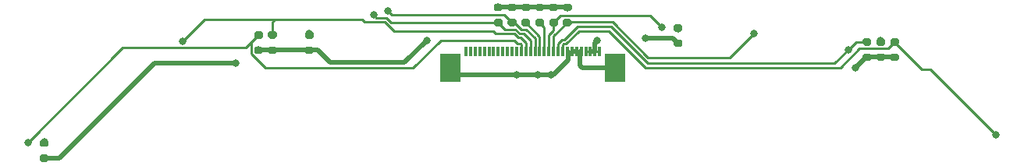
<source format=gbr>
%TF.GenerationSoftware,KiCad,Pcbnew,(5.1.7)-1*%
%TF.CreationDate,2021-05-03T22:05:59+02:00*%
%TF.ProjectId,KaszmirSensors,4b61737a-6d69-4725-9365-6e736f72732e,rev?*%
%TF.SameCoordinates,Original*%
%TF.FileFunction,Copper,L1,Top*%
%TF.FilePolarity,Positive*%
%FSLAX46Y46*%
G04 Gerber Fmt 4.6, Leading zero omitted, Abs format (unit mm)*
G04 Created by KiCad (PCBNEW (5.1.7)-1) date 2021-05-03 22:05:59*
%MOMM*%
%LPD*%
G01*
G04 APERTURE LIST*
%TA.AperFunction,SMDPad,CuDef*%
%ADD10R,0.300000X1.100000*%
%TD*%
%TA.AperFunction,SMDPad,CuDef*%
%ADD11R,2.300000X3.100000*%
%TD*%
%TA.AperFunction,ViaPad*%
%ADD12C,0.800000*%
%TD*%
%TA.AperFunction,Conductor*%
%ADD13C,0.500000*%
%TD*%
%TA.AperFunction,Conductor*%
%ADD14C,0.250000*%
%TD*%
G04 APERTURE END LIST*
%TO.P,R15,2*%
%TO.N,KTIR10*%
%TA.AperFunction,SMDPad,CuDef*%
G36*
G01*
X109775000Y-94075000D02*
X109225000Y-94075000D01*
G75*
G02*
X109025000Y-93875000I0J200000D01*
G01*
X109025000Y-93475000D01*
G75*
G02*
X109225000Y-93275000I200000J0D01*
G01*
X109775000Y-93275000D01*
G75*
G02*
X109975000Y-93475000I0J-200000D01*
G01*
X109975000Y-93875000D01*
G75*
G02*
X109775000Y-94075000I-200000J0D01*
G01*
G37*
%TD.AperFunction*%
%TO.P,R15,1*%
%TO.N,+3V3*%
%TA.AperFunction,SMDPad,CuDef*%
G36*
G01*
X109775000Y-95725000D02*
X109225000Y-95725000D01*
G75*
G02*
X109025000Y-95525000I0J200000D01*
G01*
X109025000Y-95125000D01*
G75*
G02*
X109225000Y-94925000I200000J0D01*
G01*
X109775000Y-94925000D01*
G75*
G02*
X109975000Y-95125000I0J-200000D01*
G01*
X109975000Y-95525000D01*
G75*
G02*
X109775000Y-95725000I-200000J0D01*
G01*
G37*
%TD.AperFunction*%
%TD*%
%TO.P,R14,2*%
%TO.N,KTIR9*%
%TA.AperFunction,SMDPad,CuDef*%
G36*
G01*
X111275000Y-94075000D02*
X110725000Y-94075000D01*
G75*
G02*
X110525000Y-93875000I0J200000D01*
G01*
X110525000Y-93475000D01*
G75*
G02*
X110725000Y-93275000I200000J0D01*
G01*
X111275000Y-93275000D01*
G75*
G02*
X111475000Y-93475000I0J-200000D01*
G01*
X111475000Y-93875000D01*
G75*
G02*
X111275000Y-94075000I-200000J0D01*
G01*
G37*
%TD.AperFunction*%
%TO.P,R14,1*%
%TO.N,+3V3*%
%TA.AperFunction,SMDPad,CuDef*%
G36*
G01*
X111275000Y-95725000D02*
X110725000Y-95725000D01*
G75*
G02*
X110525000Y-95525000I0J200000D01*
G01*
X110525000Y-95125000D01*
G75*
G02*
X110725000Y-94925000I200000J0D01*
G01*
X111275000Y-94925000D01*
G75*
G02*
X111475000Y-95125000I0J-200000D01*
G01*
X111475000Y-95525000D01*
G75*
G02*
X111275000Y-95725000I-200000J0D01*
G01*
G37*
%TD.AperFunction*%
%TD*%
%TO.P,R13,2*%
%TO.N,KTIR8*%
%TA.AperFunction,SMDPad,CuDef*%
G36*
G01*
X135225000Y-91925000D02*
X135775000Y-91925000D01*
G75*
G02*
X135975000Y-92125000I0J-200000D01*
G01*
X135975000Y-92525000D01*
G75*
G02*
X135775000Y-92725000I-200000J0D01*
G01*
X135225000Y-92725000D01*
G75*
G02*
X135025000Y-92525000I0J200000D01*
G01*
X135025000Y-92125000D01*
G75*
G02*
X135225000Y-91925000I200000J0D01*
G01*
G37*
%TD.AperFunction*%
%TO.P,R13,1*%
%TO.N,+3V3*%
%TA.AperFunction,SMDPad,CuDef*%
G36*
G01*
X135225000Y-90275000D02*
X135775000Y-90275000D01*
G75*
G02*
X135975000Y-90475000I0J-200000D01*
G01*
X135975000Y-90875000D01*
G75*
G02*
X135775000Y-91075000I-200000J0D01*
G01*
X135225000Y-91075000D01*
G75*
G02*
X135025000Y-90875000I0J200000D01*
G01*
X135025000Y-90475000D01*
G75*
G02*
X135225000Y-90275000I200000J0D01*
G01*
G37*
%TD.AperFunction*%
%TD*%
%TO.P,R12,2*%
%TO.N,KTIR7*%
%TA.AperFunction,SMDPad,CuDef*%
G36*
G01*
X136725000Y-91925000D02*
X137275000Y-91925000D01*
G75*
G02*
X137475000Y-92125000I0J-200000D01*
G01*
X137475000Y-92525000D01*
G75*
G02*
X137275000Y-92725000I-200000J0D01*
G01*
X136725000Y-92725000D01*
G75*
G02*
X136525000Y-92525000I0J200000D01*
G01*
X136525000Y-92125000D01*
G75*
G02*
X136725000Y-91925000I200000J0D01*
G01*
G37*
%TD.AperFunction*%
%TO.P,R12,1*%
%TO.N,+3V3*%
%TA.AperFunction,SMDPad,CuDef*%
G36*
G01*
X136725000Y-90275000D02*
X137275000Y-90275000D01*
G75*
G02*
X137475000Y-90475000I0J-200000D01*
G01*
X137475000Y-90875000D01*
G75*
G02*
X137275000Y-91075000I-200000J0D01*
G01*
X136725000Y-91075000D01*
G75*
G02*
X136525000Y-90875000I0J200000D01*
G01*
X136525000Y-90475000D01*
G75*
G02*
X136725000Y-90275000I200000J0D01*
G01*
G37*
%TD.AperFunction*%
%TD*%
%TO.P,R11,2*%
%TO.N,KTIR6*%
%TA.AperFunction,SMDPad,CuDef*%
G36*
G01*
X138225000Y-91925000D02*
X138775000Y-91925000D01*
G75*
G02*
X138975000Y-92125000I0J-200000D01*
G01*
X138975000Y-92525000D01*
G75*
G02*
X138775000Y-92725000I-200000J0D01*
G01*
X138225000Y-92725000D01*
G75*
G02*
X138025000Y-92525000I0J200000D01*
G01*
X138025000Y-92125000D01*
G75*
G02*
X138225000Y-91925000I200000J0D01*
G01*
G37*
%TD.AperFunction*%
%TO.P,R11,1*%
%TO.N,+3V3*%
%TA.AperFunction,SMDPad,CuDef*%
G36*
G01*
X138225000Y-90275000D02*
X138775000Y-90275000D01*
G75*
G02*
X138975000Y-90475000I0J-200000D01*
G01*
X138975000Y-90875000D01*
G75*
G02*
X138775000Y-91075000I-200000J0D01*
G01*
X138225000Y-91075000D01*
G75*
G02*
X138025000Y-90875000I0J200000D01*
G01*
X138025000Y-90475000D01*
G75*
G02*
X138225000Y-90275000I200000J0D01*
G01*
G37*
%TD.AperFunction*%
%TD*%
%TO.P,R10,2*%
%TO.N,KTIR5*%
%TA.AperFunction,SMDPad,CuDef*%
G36*
G01*
X139725000Y-91925000D02*
X140275000Y-91925000D01*
G75*
G02*
X140475000Y-92125000I0J-200000D01*
G01*
X140475000Y-92525000D01*
G75*
G02*
X140275000Y-92725000I-200000J0D01*
G01*
X139725000Y-92725000D01*
G75*
G02*
X139525000Y-92525000I0J200000D01*
G01*
X139525000Y-92125000D01*
G75*
G02*
X139725000Y-91925000I200000J0D01*
G01*
G37*
%TD.AperFunction*%
%TO.P,R10,1*%
%TO.N,+3V3*%
%TA.AperFunction,SMDPad,CuDef*%
G36*
G01*
X139725000Y-90275000D02*
X140275000Y-90275000D01*
G75*
G02*
X140475000Y-90475000I0J-200000D01*
G01*
X140475000Y-90875000D01*
G75*
G02*
X140275000Y-91075000I-200000J0D01*
G01*
X139725000Y-91075000D01*
G75*
G02*
X139525000Y-90875000I0J200000D01*
G01*
X139525000Y-90475000D01*
G75*
G02*
X139725000Y-90275000I200000J0D01*
G01*
G37*
%TD.AperFunction*%
%TD*%
%TO.P,R9,2*%
%TO.N,KTIR4*%
%TA.AperFunction,SMDPad,CuDef*%
G36*
G01*
X141225000Y-91925000D02*
X141775000Y-91925000D01*
G75*
G02*
X141975000Y-92125000I0J-200000D01*
G01*
X141975000Y-92525000D01*
G75*
G02*
X141775000Y-92725000I-200000J0D01*
G01*
X141225000Y-92725000D01*
G75*
G02*
X141025000Y-92525000I0J200000D01*
G01*
X141025000Y-92125000D01*
G75*
G02*
X141225000Y-91925000I200000J0D01*
G01*
G37*
%TD.AperFunction*%
%TO.P,R9,1*%
%TO.N,+3V3*%
%TA.AperFunction,SMDPad,CuDef*%
G36*
G01*
X141225000Y-90275000D02*
X141775000Y-90275000D01*
G75*
G02*
X141975000Y-90475000I0J-200000D01*
G01*
X141975000Y-90875000D01*
G75*
G02*
X141775000Y-91075000I-200000J0D01*
G01*
X141225000Y-91075000D01*
G75*
G02*
X141025000Y-90875000I0J200000D01*
G01*
X141025000Y-90475000D01*
G75*
G02*
X141225000Y-90275000I200000J0D01*
G01*
G37*
%TD.AperFunction*%
%TD*%
%TO.P,R8,2*%
%TO.N,KTIR3*%
%TA.AperFunction,SMDPad,CuDef*%
G36*
G01*
X142725000Y-91925000D02*
X143275000Y-91925000D01*
G75*
G02*
X143475000Y-92125000I0J-200000D01*
G01*
X143475000Y-92525000D01*
G75*
G02*
X143275000Y-92725000I-200000J0D01*
G01*
X142725000Y-92725000D01*
G75*
G02*
X142525000Y-92525000I0J200000D01*
G01*
X142525000Y-92125000D01*
G75*
G02*
X142725000Y-91925000I200000J0D01*
G01*
G37*
%TD.AperFunction*%
%TO.P,R8,1*%
%TO.N,+3V3*%
%TA.AperFunction,SMDPad,CuDef*%
G36*
G01*
X142725000Y-90275000D02*
X143275000Y-90275000D01*
G75*
G02*
X143475000Y-90475000I0J-200000D01*
G01*
X143475000Y-90875000D01*
G75*
G02*
X143275000Y-91075000I-200000J0D01*
G01*
X142725000Y-91075000D01*
G75*
G02*
X142525000Y-90875000I0J200000D01*
G01*
X142525000Y-90475000D01*
G75*
G02*
X142725000Y-90275000I200000J0D01*
G01*
G37*
%TD.AperFunction*%
%TD*%
%TO.P,R7,2*%
%TO.N,KTIR2*%
%TA.AperFunction,SMDPad,CuDef*%
G36*
G01*
X175775000Y-94825000D02*
X175225000Y-94825000D01*
G75*
G02*
X175025000Y-94625000I0J200000D01*
G01*
X175025000Y-94225000D01*
G75*
G02*
X175225000Y-94025000I200000J0D01*
G01*
X175775000Y-94025000D01*
G75*
G02*
X175975000Y-94225000I0J-200000D01*
G01*
X175975000Y-94625000D01*
G75*
G02*
X175775000Y-94825000I-200000J0D01*
G01*
G37*
%TD.AperFunction*%
%TO.P,R7,1*%
%TO.N,+3V3*%
%TA.AperFunction,SMDPad,CuDef*%
G36*
G01*
X175775000Y-96475000D02*
X175225000Y-96475000D01*
G75*
G02*
X175025000Y-96275000I0J200000D01*
G01*
X175025000Y-95875000D01*
G75*
G02*
X175225000Y-95675000I200000J0D01*
G01*
X175775000Y-95675000D01*
G75*
G02*
X175975000Y-95875000I0J-200000D01*
G01*
X175975000Y-96275000D01*
G75*
G02*
X175775000Y-96475000I-200000J0D01*
G01*
G37*
%TD.AperFunction*%
%TD*%
%TO.P,R6,2*%
%TO.N,KTIR1*%
%TA.AperFunction,SMDPad,CuDef*%
G36*
G01*
X178775000Y-94825000D02*
X178225000Y-94825000D01*
G75*
G02*
X178025000Y-94625000I0J200000D01*
G01*
X178025000Y-94225000D01*
G75*
G02*
X178225000Y-94025000I200000J0D01*
G01*
X178775000Y-94025000D01*
G75*
G02*
X178975000Y-94225000I0J-200000D01*
G01*
X178975000Y-94625000D01*
G75*
G02*
X178775000Y-94825000I-200000J0D01*
G01*
G37*
%TD.AperFunction*%
%TO.P,R6,1*%
%TO.N,+3V3*%
%TA.AperFunction,SMDPad,CuDef*%
G36*
G01*
X178775000Y-96475000D02*
X178225000Y-96475000D01*
G75*
G02*
X178025000Y-96275000I0J200000D01*
G01*
X178025000Y-95875000D01*
G75*
G02*
X178225000Y-95675000I200000J0D01*
G01*
X178775000Y-95675000D01*
G75*
G02*
X178975000Y-95875000I0J-200000D01*
G01*
X178975000Y-96275000D01*
G75*
G02*
X178775000Y-96475000I-200000J0D01*
G01*
G37*
%TD.AperFunction*%
%TD*%
%TO.P,R5,2*%
%TO.N,+3V3*%
%TA.AperFunction,SMDPad,CuDef*%
G36*
G01*
X85975000Y-106675000D02*
X86525000Y-106675000D01*
G75*
G02*
X86725000Y-106875000I0J-200000D01*
G01*
X86725000Y-107275000D01*
G75*
G02*
X86525000Y-107475000I-200000J0D01*
G01*
X85975000Y-107475000D01*
G75*
G02*
X85775000Y-107275000I0J200000D01*
G01*
X85775000Y-106875000D01*
G75*
G02*
X85975000Y-106675000I200000J0D01*
G01*
G37*
%TD.AperFunction*%
%TO.P,R5,1*%
%TO.N,Net-(R5-Pad1)*%
%TA.AperFunction,SMDPad,CuDef*%
G36*
G01*
X85975000Y-105025000D02*
X86525000Y-105025000D01*
G75*
G02*
X86725000Y-105225000I0J-200000D01*
G01*
X86725000Y-105625000D01*
G75*
G02*
X86525000Y-105825000I-200000J0D01*
G01*
X85975000Y-105825000D01*
G75*
G02*
X85775000Y-105625000I0J200000D01*
G01*
X85775000Y-105225000D01*
G75*
G02*
X85975000Y-105025000I200000J0D01*
G01*
G37*
%TD.AperFunction*%
%TD*%
%TO.P,R4,2*%
%TO.N,+3V3*%
%TA.AperFunction,SMDPad,CuDef*%
G36*
G01*
X114725000Y-94925000D02*
X115275000Y-94925000D01*
G75*
G02*
X115475000Y-95125000I0J-200000D01*
G01*
X115475000Y-95525000D01*
G75*
G02*
X115275000Y-95725000I-200000J0D01*
G01*
X114725000Y-95725000D01*
G75*
G02*
X114525000Y-95525000I0J200000D01*
G01*
X114525000Y-95125000D01*
G75*
G02*
X114725000Y-94925000I200000J0D01*
G01*
G37*
%TD.AperFunction*%
%TO.P,R4,1*%
%TO.N,Net-(R4-Pad1)*%
%TA.AperFunction,SMDPad,CuDef*%
G36*
G01*
X114725000Y-93275000D02*
X115275000Y-93275000D01*
G75*
G02*
X115475000Y-93475000I0J-200000D01*
G01*
X115475000Y-93875000D01*
G75*
G02*
X115275000Y-94075000I-200000J0D01*
G01*
X114725000Y-94075000D01*
G75*
G02*
X114525000Y-93875000I0J200000D01*
G01*
X114525000Y-93475000D01*
G75*
G02*
X114725000Y-93275000I200000J0D01*
G01*
G37*
%TD.AperFunction*%
%TD*%
%TO.P,R2,2*%
%TO.N,+3V3*%
%TA.AperFunction,SMDPad,CuDef*%
G36*
G01*
X154725000Y-94175000D02*
X155275000Y-94175000D01*
G75*
G02*
X155475000Y-94375000I0J-200000D01*
G01*
X155475000Y-94775000D01*
G75*
G02*
X155275000Y-94975000I-200000J0D01*
G01*
X154725000Y-94975000D01*
G75*
G02*
X154525000Y-94775000I0J200000D01*
G01*
X154525000Y-94375000D01*
G75*
G02*
X154725000Y-94175000I200000J0D01*
G01*
G37*
%TD.AperFunction*%
%TO.P,R2,1*%
%TO.N,Net-(R2-Pad1)*%
%TA.AperFunction,SMDPad,CuDef*%
G36*
G01*
X154725000Y-92525000D02*
X155275000Y-92525000D01*
G75*
G02*
X155475000Y-92725000I0J-200000D01*
G01*
X155475000Y-93125000D01*
G75*
G02*
X155275000Y-93325000I-200000J0D01*
G01*
X154725000Y-93325000D01*
G75*
G02*
X154525000Y-93125000I0J200000D01*
G01*
X154525000Y-92725000D01*
G75*
G02*
X154725000Y-92525000I200000J0D01*
G01*
G37*
%TD.AperFunction*%
%TD*%
%TO.P,R1,2*%
%TO.N,+3V3*%
%TA.AperFunction,SMDPad,CuDef*%
G36*
G01*
X176725000Y-95675000D02*
X177275000Y-95675000D01*
G75*
G02*
X177475000Y-95875000I0J-200000D01*
G01*
X177475000Y-96275000D01*
G75*
G02*
X177275000Y-96475000I-200000J0D01*
G01*
X176725000Y-96475000D01*
G75*
G02*
X176525000Y-96275000I0J200000D01*
G01*
X176525000Y-95875000D01*
G75*
G02*
X176725000Y-95675000I200000J0D01*
G01*
G37*
%TD.AperFunction*%
%TO.P,R1,1*%
%TO.N,Net-(R1-Pad1)*%
%TA.AperFunction,SMDPad,CuDef*%
G36*
G01*
X176725000Y-94025000D02*
X177275000Y-94025000D01*
G75*
G02*
X177475000Y-94225000I0J-200000D01*
G01*
X177475000Y-94625000D01*
G75*
G02*
X177275000Y-94825000I-200000J0D01*
G01*
X176725000Y-94825000D01*
G75*
G02*
X176525000Y-94625000I0J200000D01*
G01*
X176525000Y-94225000D01*
G75*
G02*
X176725000Y-94025000I200000J0D01*
G01*
G37*
%TD.AperFunction*%
%TD*%
D10*
%TO.P,J1,30*%
%TO.N,+3V3*%
X146500000Y-95500000D03*
%TO.P,J1,29*%
X146000000Y-95500000D03*
%TO.P,J1,28*%
X145500000Y-95500000D03*
%TO.P,J1,27*%
X145000000Y-95500000D03*
%TO.P,J1,26*%
%TO.N,GND*%
X144500000Y-95500000D03*
%TO.P,J1,25*%
X144000000Y-95500000D03*
%TO.P,J1,24*%
X143500000Y-95500000D03*
%TO.P,J1,23*%
X143000000Y-95500000D03*
%TO.P,J1,22*%
%TO.N,KTIR1*%
X142500000Y-95500000D03*
%TO.P,J1,21*%
%TO.N,KTIR2*%
X142000000Y-95500000D03*
%TO.P,J1,20*%
%TO.N,KTIR3*%
X141500000Y-95500000D03*
%TO.P,J1,19*%
%TO.N,KTIR4*%
X141000000Y-95500000D03*
%TO.P,J1,18*%
%TO.N,KTIR5*%
X140500000Y-95500000D03*
%TO.P,J1,17*%
%TO.N,KTIR6*%
X140000000Y-95500000D03*
%TO.P,J1,16*%
%TO.N,KTIR7*%
X139500000Y-95500000D03*
%TO.P,J1,15*%
%TO.N,KTIR8*%
X139000000Y-95500000D03*
%TO.P,J1,14*%
%TO.N,KTIR9*%
X138500000Y-95500000D03*
%TO.P,J1,13*%
%TO.N,KTIR10*%
X138000000Y-95500000D03*
%TO.P,J1,12*%
%TO.N,N/C*%
X137500000Y-95500000D03*
%TO.P,J1,11*%
X137000000Y-95500000D03*
%TO.P,J1,10*%
X136500000Y-95500000D03*
%TO.P,J1,9*%
X136000000Y-95500000D03*
%TO.P,J1,8*%
X135500000Y-95500000D03*
%TO.P,J1,7*%
X135000000Y-95500000D03*
D11*
%TO.P,J1,MP*%
%TO.N,GND*%
X130330000Y-97200000D03*
X148170000Y-97200000D03*
D10*
%TO.P,J1,6*%
%TO.N,N/C*%
X134500000Y-95500000D03*
%TO.P,J1,5*%
X134000000Y-95500000D03*
%TO.P,J1,4*%
X133500000Y-95500000D03*
%TO.P,J1,3*%
X133000000Y-95500000D03*
%TO.P,J1,2*%
X132500000Y-95500000D03*
%TO.P,J1,1*%
X132000000Y-95500000D03*
%TD*%
D12*
%TO.N,+3V3*%
X174250000Y-97250000D03*
X151500000Y-94000000D03*
X146250000Y-94250000D03*
X143000000Y-90750000D03*
X107000000Y-96750000D03*
X109500000Y-95325000D03*
X127750000Y-94250000D03*
X135500000Y-90675000D03*
%TO.N,Net-(R2-Pad1)*%
X155000000Y-93000000D03*
%TO.N,Net-(R5-Pad1)*%
X86250000Y-105250000D03*
%TO.N,Net-(R4-Pad1)*%
X115000000Y-93500000D03*
%TO.N,Net-(R1-Pad1)*%
X177000000Y-94250000D03*
%TO.N,GND*%
X137500000Y-98000000D03*
X139750000Y-98000000D03*
X141250000Y-98000000D03*
%TO.N,KTIR1*%
X189500000Y-104500000D03*
%TO.N,KTIR2*%
X173500000Y-95250000D03*
%TO.N,KTIR3*%
X163250000Y-93500000D03*
%TO.N,KTIR4*%
X153250000Y-92850000D03*
%TO.N,KTIR5*%
X140000000Y-92325000D03*
%TO.N,KTIR6*%
X138500000Y-92325000D03*
%TO.N,KTIR7*%
X123538981Y-91097571D03*
%TO.N,KTIR8*%
X122000000Y-91500000D03*
%TO.N,KTIR9*%
X101250000Y-94350000D03*
%TO.N,KTIR10*%
X84500000Y-105350000D03*
%TD*%
D13*
%TO.N,+3V3*%
X178500000Y-96075000D02*
X175500000Y-96075000D01*
X175425000Y-96075000D02*
X174250000Y-97250000D01*
X175500000Y-96075000D02*
X175425000Y-96075000D01*
X154425000Y-94000000D02*
X155000000Y-94575000D01*
X151500000Y-94000000D02*
X154425000Y-94000000D01*
X145500000Y-95500000D02*
X146000000Y-95500000D01*
X146000000Y-94500000D02*
X146250000Y-94250000D01*
X146000000Y-95500000D02*
X146000000Y-94500000D01*
X143000000Y-90675000D02*
X135500000Y-90675000D01*
X86250000Y-107075000D02*
X87925000Y-107075000D01*
X98250000Y-96750000D02*
X107000000Y-96750000D01*
X87925000Y-107075000D02*
X98250000Y-96750000D01*
X109500000Y-95325000D02*
X111000000Y-95325000D01*
X111000000Y-95325000D02*
X115000000Y-95325000D01*
X115000000Y-95325000D02*
X115475000Y-95325000D01*
X115000000Y-95325000D02*
X115900010Y-95325000D01*
X115900010Y-95325000D02*
X117250000Y-96674990D01*
X125325010Y-96674990D02*
X127750000Y-94250000D01*
X117250000Y-96674990D02*
X125325010Y-96674990D01*
D14*
X145000000Y-95500000D02*
X146500000Y-95500000D01*
D13*
%TO.N,GND*%
X144399999Y-96949999D02*
X144399999Y-95500000D01*
X144650000Y-97200000D02*
X144399999Y-96949999D01*
X148170000Y-97200000D02*
X144650000Y-97200000D01*
X143500000Y-95500000D02*
X144000000Y-95500000D01*
D14*
X144500000Y-95500000D02*
X143000000Y-95500000D01*
D13*
X141510002Y-98000000D02*
X143100001Y-96410001D01*
X143100001Y-96410001D02*
X143100001Y-95500000D01*
X131130000Y-98000000D02*
X137500000Y-98000000D01*
X130330000Y-97200000D02*
X131130000Y-98000000D01*
X137500000Y-98000000D02*
X139750000Y-98000000D01*
X139750000Y-98000000D02*
X141250000Y-98000000D01*
X141250000Y-98000000D02*
X141510002Y-98000000D01*
D14*
%TO.N,KTIR1*%
X189500000Y-104500000D02*
X182394722Y-97394722D01*
X181469722Y-97394722D02*
X178500000Y-94425000D01*
X182394722Y-97394722D02*
X181469722Y-97394722D01*
X142524999Y-94975001D02*
X142500000Y-95000000D01*
X142524999Y-94689999D02*
X142524999Y-94975001D01*
X142500000Y-95000000D02*
X142500000Y-95500000D01*
X142875001Y-94624999D02*
X142589999Y-94624999D01*
X144250000Y-93250000D02*
X142875001Y-94624999D01*
X142589999Y-94624999D02*
X142524999Y-94689999D01*
X147505002Y-93250000D02*
X144250000Y-93250000D01*
X172622992Y-97200010D02*
X151455012Y-97200010D01*
X151455012Y-97200010D02*
X147505002Y-93250000D01*
X174672992Y-95150010D02*
X172622992Y-97200010D01*
X177774990Y-95150010D02*
X174672992Y-95150010D01*
X178500000Y-94425000D02*
X177774990Y-95150010D01*
%TO.N,KTIR2*%
X174325000Y-94425000D02*
X175500000Y-94425000D01*
X173500000Y-95250000D02*
X174325000Y-94425000D01*
X172000000Y-96750000D02*
X173500000Y-95250000D01*
X147750000Y-92750000D02*
X151750000Y-96750000D01*
X151750000Y-96750000D02*
X172000000Y-96750000D01*
X142688601Y-94174989D02*
X144113590Y-92750000D01*
X142403598Y-94174990D02*
X142688601Y-94174989D01*
X142000000Y-94578588D02*
X142403598Y-94174990D01*
X144113590Y-92750000D02*
X147750000Y-92750000D01*
X142000000Y-95500000D02*
X142000000Y-94578588D01*
%TO.N,KTIR3*%
X143000000Y-92325000D02*
X141524999Y-93800001D01*
X141500000Y-95000000D02*
X141500000Y-95500000D01*
X141524999Y-94975001D02*
X141500000Y-95000000D01*
X141524999Y-93800001D02*
X141524999Y-94975001D01*
X143075000Y-92250000D02*
X143000000Y-92325000D01*
X147886410Y-92250000D02*
X143075000Y-92250000D01*
X151737041Y-96100631D02*
X147886410Y-92250000D01*
X160649369Y-96100631D02*
X151737041Y-96100631D01*
X163250000Y-93500000D02*
X160649369Y-96100631D01*
%TO.N,KTIR4*%
X141000000Y-93688590D02*
X141000000Y-95500000D01*
X141500000Y-93188590D02*
X141000000Y-93688590D01*
X141500000Y-92325000D02*
X141500000Y-93188590D01*
X151999990Y-91599990D02*
X153250000Y-92850000D01*
X142225010Y-91599990D02*
X151999990Y-91599990D01*
X141500000Y-92325000D02*
X142225010Y-91599990D01*
%TO.N,KTIR5*%
X140500000Y-92825000D02*
X140500000Y-95500000D01*
X140000000Y-92325000D02*
X140000000Y-92325000D01*
X140000000Y-92325000D02*
X140500000Y-92825000D01*
%TO.N,KTIR6*%
X140000000Y-93825000D02*
X140000000Y-95500000D01*
X138500000Y-92325000D02*
X138500000Y-92325000D01*
X138500000Y-92325000D02*
X140000000Y-93825000D01*
%TO.N,KTIR7*%
X138550010Y-93050010D02*
X139500000Y-94000000D01*
X139500000Y-94000000D02*
X139500000Y-95500000D01*
X137000000Y-92325000D02*
X137282522Y-92325000D01*
X137282522Y-92325000D02*
X138007532Y-93050010D01*
X138007532Y-93050010D02*
X138550010Y-93050010D01*
X123938980Y-91497570D02*
X123538981Y-91097571D01*
X137000000Y-92325000D02*
X136172570Y-91497570D01*
X136172570Y-91497570D02*
X123938980Y-91497570D01*
%TO.N,KTIR8*%
X138250023Y-93500021D02*
X139000000Y-94250000D01*
X137371121Y-93050010D02*
X137821132Y-93500021D01*
X136225010Y-93050010D02*
X137371121Y-93050010D01*
X135500000Y-92325000D02*
X136225010Y-93050010D01*
X137821132Y-93500021D02*
X138250023Y-93500021D01*
X139000000Y-94250000D02*
X139000000Y-95500000D01*
X122299989Y-91799989D02*
X122000000Y-91500000D01*
X123884413Y-92325000D02*
X123359402Y-91799989D01*
X123359402Y-91799989D02*
X122299989Y-91799989D01*
X135500000Y-92325000D02*
X123884413Y-92325000D01*
%TO.N,KTIR9*%
X103600000Y-92000000D02*
X101250000Y-94350000D01*
X111000000Y-92250000D02*
X111250000Y-92000000D01*
X111000000Y-93675000D02*
X111000000Y-92250000D01*
X111250000Y-92000000D02*
X103600000Y-92000000D01*
X120750000Y-92000000D02*
X111250000Y-92000000D01*
X124173002Y-93250000D02*
X123173002Y-92250000D01*
X137235415Y-93550714D02*
X135225714Y-93550714D01*
X137634732Y-93950032D02*
X137235415Y-93550714D01*
X134925000Y-93250000D02*
X124173002Y-93250000D01*
X123173002Y-92250000D02*
X121000000Y-92250000D01*
X121000000Y-92250000D02*
X120750000Y-92000000D01*
X135225714Y-93550714D02*
X134925000Y-93250000D01*
X138500000Y-95500000D02*
X138500000Y-94500000D01*
X138500000Y-94500000D02*
X137950032Y-93950032D01*
X137950032Y-93950032D02*
X137634732Y-93950032D01*
%TO.N,KTIR10*%
X94774999Y-95075001D02*
X84500000Y-105350000D01*
X108099999Y-95075001D02*
X94774999Y-95075001D01*
X109500000Y-93675000D02*
X108099999Y-95075001D01*
X110207522Y-97250000D02*
X108699990Y-95742468D01*
X129250000Y-94250000D02*
X126250000Y-97250000D01*
X137250000Y-94250000D02*
X129250000Y-94250000D01*
X108699990Y-94475010D02*
X109500000Y-93675000D01*
X137624999Y-94624999D02*
X137250000Y-94250000D01*
X108699990Y-95742468D02*
X108699990Y-94475010D01*
X126250000Y-97250000D02*
X110207522Y-97250000D01*
X137910001Y-94624999D02*
X137624999Y-94624999D01*
X138000000Y-94714998D02*
X137910001Y-94624999D01*
X138000000Y-95500000D02*
X138000000Y-94714998D01*
%TD*%
M02*

</source>
